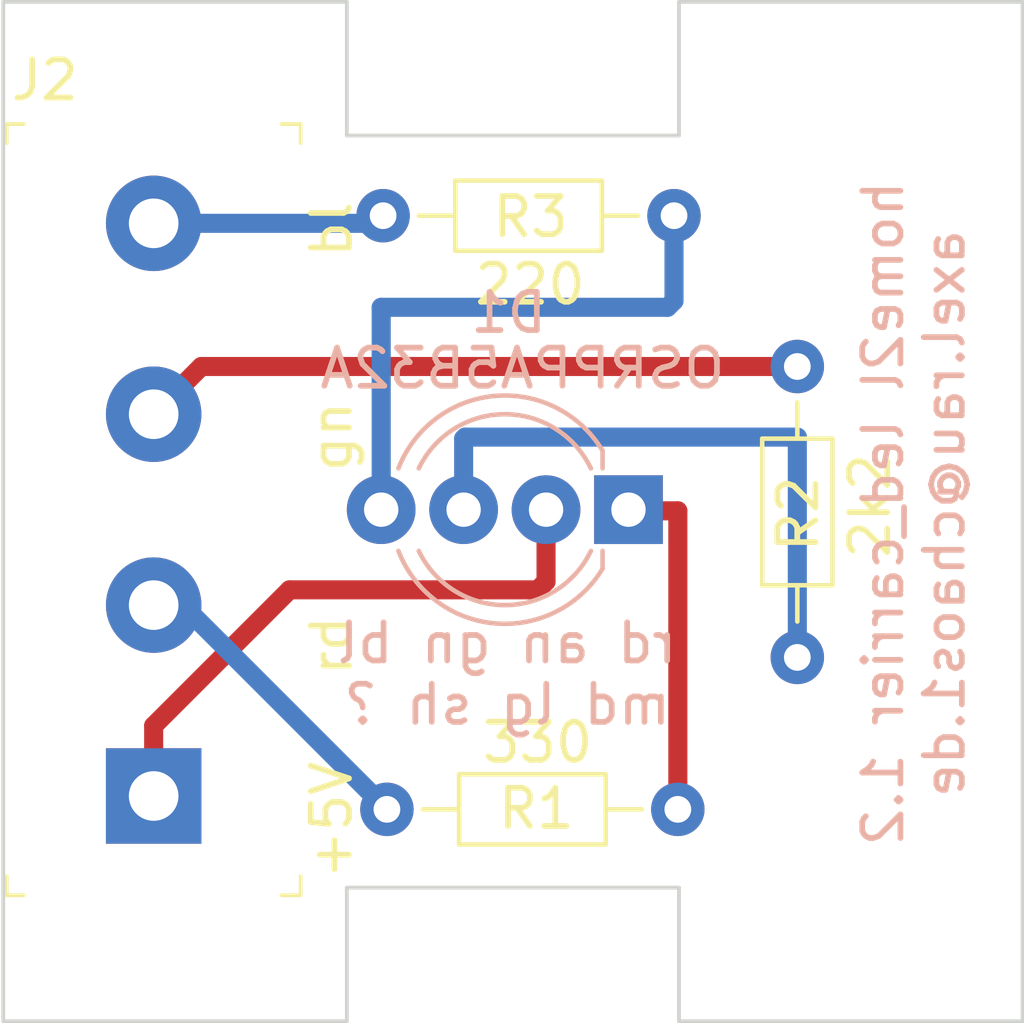
<source format=kicad_pcb>
(kicad_pcb (version 20240108) (generator "pcbnew") (generator_version "8.0")
  (title_block (title "home2l led-carrier") (date "2023-02-27") (rev "1.1") (company "axel.rau@chaos1.de") (comment 1 "Project: github.com/mc3/home2l") (comment 2 "Board with control LEDs for 1 light circuit") (comment 3 "Board mechanically attaches to Gira 0151 push button") (comment 4 "Requires 1 Light Masterboard per light circuit"))
  (layers (0 "F.Cu" signal) (31 "B.Cu" signal) (34 "B.Paste" user) (35 "F.Paste" user) (36 "B.SilkS" user "B.Silkscreen") (37 "F.SilkS" user "F.Silkscreen") (38 "B.Mask" user) (39 "F.Mask" user) (44 "Edge.Cuts" user))
  (net 0 "")
  (net 1 "Net-(D1-Pad1)")
  (net 2 "Net-(D1-Pad2)")
  (net 3 "Net-(D1-Pad3)")
  (net 4 "Net-(D1-Pad4)")
  (net 5 "Net-(J2-Pad2)")
  (net 6 "Net-(J2-Pad3)")
  (net 7 "Net-(J2-Pad4)")
  (footprint "digikey-footprints:Term_Block_1x4_P5mm" (layer "F.Cu") (at 199.24 135 90)
    (property "Reference" "J2" (at 18.75 -2.85 180) (layer "F.SilkS"))
    (property "Value" "OSTTC040162" (hide yes))
    (fp_line (start 17.6 -3.85) (end 17.1 -3.85) (stroke (width 0.1)) (layer "F.SilkS"))
    (fp_line (start 17.6 -3.85) (end 17.6 -3.4) (stroke (width 0.1)) (layer "F.SilkS"))
    (fp_line (start -2.6 -3.85) (end -2.1 -3.85) (stroke (width 0.1)) (layer "F.SilkS"))
    (fp_line (start -2.6 -3.85) (end -2.6 -3.4) (stroke (width 0.1)) (layer "F.SilkS"))
    (fp_line (start 17.6 3.85) (end 17.6 3.35) (stroke (width 0.1)) (layer "F.SilkS"))
    (fp_line (start 17.6 3.85) (end 17.1 3.85) (stroke (width 0.1)) (layer "F.SilkS"))
    (fp_line (start -2.6 3.85) (end -2.6 3.35) (stroke (width 0.1)) (layer "F.SilkS"))
    (fp_line (start -2.6 3.85) (end -2.1 3.85) (stroke (width 0.1)) (layer "F.SilkS"))
    (pad "1" thru_hole rect (at 0 0 90) (size 2.5 2.5) (drill 1.3) (layers "*.Cu" "*.Mask") (net 2 "Net-(D1-Pad2)"))
    (pad "2" thru_hole circle (at 5 0 90) (size 2.5 2.5) (drill 1.3) (layers "*.Cu" "*.Mask") (net 5 "Net-(J2-Pad2)"))
    (pad "3" thru_hole circle (at 10 0 90) (size 2.5 2.5) (drill 1.3) (layers "*.Cu" "*.Mask") (net 6 "Net-(J2-Pad3)"))
    (pad "4" thru_hole circle (at 15 0 90) (size 2.5 2.5) (drill 1.3) (layers "*.Cu" "*.Mask") (net 7 "Net-(J2-Pad4)"))
  )
  (footprint "Resistor_THT:R_Axial_DIN0204_L3.6mm_D1.6mm_P7.62mm_Horizontal" (layer "F.Cu") (at 205.35 135.35)
    (property "Reference" "R1" (at 3.91 -0.02 180) (layer "F.SilkS"))
    (property "Value" "330")
    (fp_line (start 0.94 0) (end 1.89 0) (stroke (width 0.12)) (layer "F.SilkS"))
    (fp_line (start 1.89 -0.92) (end 1.89 0.92) (stroke (width 0.12)) (layer "F.SilkS"))
    (fp_line (start 1.89 0.92) (end 5.73 0.92) (stroke (width 0.12)) (layer "F.SilkS"))
    (fp_line (start 5.73 -0.92) (end 1.89 -0.92) (stroke (width 0.12)) (layer "F.SilkS"))
    (fp_line (start 5.73 0.92) (end 5.73 -0.92) (stroke (width 0.12)) (layer "F.SilkS"))
    (fp_line (start 6.68 0) (end 5.73 0) (stroke (width 0.12)) (layer "F.SilkS"))
    (pad "1" thru_hole circle (at 0 0) (size 1.4 1.4) (drill 0.7) (layers "*.Cu" "*.Mask") (net 5 "Net-(J2-Pad2)"))
    (pad "2" thru_hole oval (at 7.62 0) (size 1.4 1.4) (drill 0.7) (layers "*.Cu" "*.Mask") (net 1 "Net-(D1-Pad1)"))
  )
  (footprint "Resistor_THT:R_Axial_DIN0204_L3.6mm_D1.6mm_P7.62mm_Horizontal" (layer "F.Cu") (at 205.25 119.8)
    (property "Reference" "R3" (at 3.86 0.03 180) (layer "F.SilkS"))
    (property "Value" "220")
    (fp_line (start 0.94 0) (end 1.89 0) (stroke (width 0.12)) (layer "F.SilkS"))
    (fp_line (start 1.89 -0.92) (end 1.89 0.92) (stroke (width 0.12)) (layer "F.SilkS"))
    (fp_line (start 1.89 0.92) (end 5.73 0.92) (stroke (width 0.12)) (layer "F.SilkS"))
    (fp_line (start 5.73 -0.92) (end 1.89 -0.92) (stroke (width 0.12)) (layer "F.SilkS"))
    (fp_line (start 5.73 0.92) (end 5.73 -0.92) (stroke (width 0.12)) (layer "F.SilkS"))
    (fp_line (start 6.68 0) (end 5.73 0) (stroke (width 0.12)) (layer "F.SilkS"))
    (pad "1" thru_hole circle (at 0 0) (size 1.4 1.4) (drill 0.7) (layers "*.Cu" "*.Mask") (net 7 "Net-(J2-Pad4)"))
    (pad "2" thru_hole oval (at 7.62 0) (size 1.4 1.4) (drill 0.7) (layers "*.Cu" "*.Mask") (net 4 "Net-(D1-Pad4)"))
  )
  (footprint "Resistor_THT:R_Axial_DIN0204_L3.6mm_D1.6mm_P7.62mm_Horizontal" (layer "F.Cu") (at 216.1 123.75 -90)
    (property "Reference" "R2" (at 3.86 -0.02 90) (layer "F.SilkS"))
    (property "Value" "2k2")
    (fp_line (start 1.89 0.92) (end 5.73 0.92) (stroke (width 0.12)) (layer "F.SilkS"))
    (fp_line (start 5.73 0.92) (end 5.73 -0.92) (stroke (width 0.12)) (layer "F.SilkS"))
    (fp_line (start 0.94 0) (end 1.89 0) (stroke (width 0.12)) (layer "F.SilkS"))
    (fp_line (start 6.68 0) (end 5.73 0) (stroke (width 0.12)) (layer "F.SilkS"))
    (fp_line (start 1.89 -0.92) (end 1.89 0.92) (stroke (width 0.12)) (layer "F.SilkS"))
    (fp_line (start 5.73 -0.92) (end 1.89 -0.92) (stroke (width 0.12)) (layer "F.SilkS"))
    (pad "1" thru_hole circle (at 0 0 270) (size 1.4 1.4) (drill 0.7) (layers "*.Cu" "*.Mask") (net 6 "Net-(J2-Pad3)"))
    (pad "2" thru_hole oval (at 7.62 0 270) (size 1.4 1.4) (drill 0.7) (layers "*.Cu" "*.Mask") (net 3 "Net-(D1-Pad3)"))
  )
  (footprint "LED_THT:LED_D5.0mm-4_RGB_Wide_Pins" (layer "B.Cu") (at 211.677 127.5 180)
    (property "Reference" "D1" (at 3.1385 5.16 0) (layer "B.SilkS") (effects (justify mirror)))
    (property "Value" "LED_RAGB (OSRPPA5B32A)")
    (fp_line (start 0.6785 1.545) (end 0.6785 1.08) (stroke (width 0.12)) (layer "B.SilkS"))
    (fp_line (start 0.6785 -1.08) (end 0.6785 -1.545) (stroke (width 0.12)) (layer "B.SilkS"))
    (fp_arc (start 6.026315 1.080827) (mid 3.496956 2.978808) (end 0.6785 1.54483) (stroke (width 0.12)) (layer "B.SilkS"))
    (fp_arc (start 5.492979 1.080429) (mid 3.238262 2.5) (end 0.983816 1.08) (stroke (width 0.12)) (layer "B.SilkS"))
    (fp_arc (start 0.983816 -1.08) (mid 3.238262 -2.5) (end 5.492979 -1.080429) (stroke (width 0.12)) (layer "B.SilkS"))
    (fp_arc (start 0.6785 -1.54483) (mid 3.496956 -2.978809) (end 6.026315 -1.080827) (stroke (width 0.12)) (layer "B.SilkS"))
    (pad "1" thru_hole rect (at 0 0 180) (size 1.8 1.8) (drill 0.9) (layers "*.Cu" "*.Mask") (net 1 "Net-(D1-Pad1)"))
    (pad "2" thru_hole circle (at 2.159 0 180) (size 1.8 1.8) (drill 0.9) (layers "*.Cu" "*.Mask") (net 2 "Net-(D1-Pad2)"))
    (pad "3" thru_hole circle (at 4.318 0 180) (size 1.8 1.8) (drill 0.9) (layers "*.Cu" "*.Mask") (net 3 "Net-(D1-Pad3)"))
    (pad "4" thru_hole circle (at 6.477 0 180) (size 1.8 1.8) (drill 0.9) (layers "*.Cu" "*.Mask") (net 4 "Net-(D1-Pad4)"))
  )
  (gr_line (start 204.3 114.2) (end 204.3 117.7) (stroke (width 0.1)) (layer "Edge.Cuts"))
  (gr_line (start 213 140.9) (end 213 137.4) (stroke (width 0.1)) (layer "Edge.Cuts"))
  (gr_line (start 204.3 117.7) (end 213 117.7) (stroke (width 0.1)) (layer "Edge.Cuts"))
  (gr_line (start 222 140.9) (end 213 140.9) (stroke (width 0.1)) (layer "Edge.Cuts"))
  (gr_line (start 195.3 140.9) (end 195.3 131.9) (stroke (width 0.1)) (layer "Edge.Cuts"))
  (gr_line (start 204.3 137.4) (end 204.3 140.9) (stroke (width 0.1)) (layer "Edge.Cuts"))
  (gr_line (start 195.3 114.2) (end 204.3 114.2) (stroke (width 0.1)) (layer "Edge.Cuts"))
  (gr_line (start 213 117.7) (end 213 114.2) (stroke (width 0.1)) (layer "Edge.Cuts"))
  (gr_line (start 213 137.4) (end 204.3 137.4) (stroke (width 0.1)) (layer "Edge.Cuts"))
  (gr_line (start 213 114.2) (end 222 114.2) (stroke (width 0.1)) (layer "Edge.Cuts"))
  (gr_line (start 195.3 123.2) (end 195.3 114.2) (stroke (width 0.1)) (layer "Edge.Cuts"))
  (gr_line (start 222 131.9) (end 222 140.9) (stroke (width 0.1)) (layer "Edge.Cuts"))
  (gr_line (start 222 114.2) (end 222 123.2) (stroke (width 0.1)) (layer "Edge.Cuts"))
  (gr_line (start 222 123.2) (end 222 131.9) (stroke (width 0.1)) (layer "Edge.Cuts"))
  (gr_line (start 204.3 140.9) (end 195.3 140.9) (stroke (width 0.1)) (layer "Edge.Cuts"))
  (gr_line (start 195.3 123.2) (end 195.3 131.9) (stroke (width 0.1)) (layer "Edge.Cuts"))
  (gr_text "rd an gn bl\nmd lg sh ?" (at 208.5 131.8 0) (layer "B.SilkS") (effects (font (size 1 1)) (justify mirror)))
  (gr_text "home2l led_carrier 1.2\naxel.rau@chaos1.de" (at 219.15 127.6 90) (layer "B.SilkS") (effects (font (size 1 1)) (justify mirror)))
  (gr_text "OSRPPA5B32A" (at 208.9 123.8 0) (layer "B.SilkS") (effects (font (size 1 1)) (justify mirror)))
  (gr_text "2k2" (at 218 127.4 90) (layer "F.SilkS") (effects (font (size 1 1))))
  (gr_text "+5V   rd     gn     bl" (at 203.9 128.3 90) (layer "F.SilkS") (effects (font (size 1 1))))
  (gr_text "330" (at 209.3 133.6 0) (layer "F.SilkS") (effects (font (size 1 1))))
  (gr_text "220" (at 209.1 121.6 0) (layer "F.SilkS") (effects (font (size 1 1))))
  (segment (start 212.97 127.53) (end 212.97 135.35) (width 0.5) (layer "F.Cu") (net 1))
  (segment (start 212.97 127.53) (end 211.707 127.53) (width 0.5) (layer "F.Cu") (net 1))
  (segment (start 211.707 127.53) (end 211.677 127.5) (width 0.5) (layer "F.Cu") (net 1))
  (segment (start 202.8 129.6) (end 199.24 133.16) (width 0.5) (layer "F.Cu") (net 2))
  (segment (start 199.24 133.16) (end 199.24 135) (width 0.5) (layer "F.Cu") (net 2))
  (segment (start 209.518 127.5) (end 209.518 129.382) (width 0.5) (layer "F.Cu") (net 2))
  (segment (start 209.3 129.6) (end 202.8 129.6) (width 0.5) (layer "F.Cu") (net 2))
  (segment (start 209.518 129.382) (end 209.3 129.6) (width 0.5) (layer "F.Cu") (net 2))
  (segment (start 216.1 131.37) (end 216.1 125.6) (width 0.5) (layer "B.Cu") (net 3))
  (segment (start 207.4 125.6) (end 207.359 125.641) (width 0.5) (layer "B.Cu") (net 3))
  (segment (start 207.359 125.641) (end 207.359 127.5) (width 0.5) (layer "B.Cu") (net 3))
  (segment (start 216.1 125.6) (end 207.4 125.6) (width 0.5) (layer "B.Cu") (net 3))
  (segment (start 205.2 122.2) (end 205.2 127.5) (width 0.5) (layer "B.Cu") (net 4))
  (segment (start 212.87 122.03) (end 212.7 122.2) (width 0.5) (layer "B.Cu") (net 4))
  (segment (start 212.87 119.8) (end 212.87 122.03) (width 0.5) (layer "B.Cu") (net 4))
  (segment (start 212.7 122.2) (end 205.2 122.2) (width 0.5) (layer "B.Cu") (net 4))
  (segment (start 205.35 135.35) (end 200 130) (width 0.5) (layer "B.Cu") (net 5))
  (segment (start 200 130) (end 199.24 130) (width 0.5) (layer "B.Cu") (net 5))
  (segment (start 200.489999 123.750001) (end 199.24 125) (width 0.5) (layer "F.Cu") (net 6))
  (segment (start 216.1 123.75) (end 200.489999 123.750001) (width 0.5) (layer "F.Cu") (net 6))
  (segment (start 199.24 120) (end 205.05 120) (width 0.5) (layer "B.Cu") (net 7))
)
</source>
